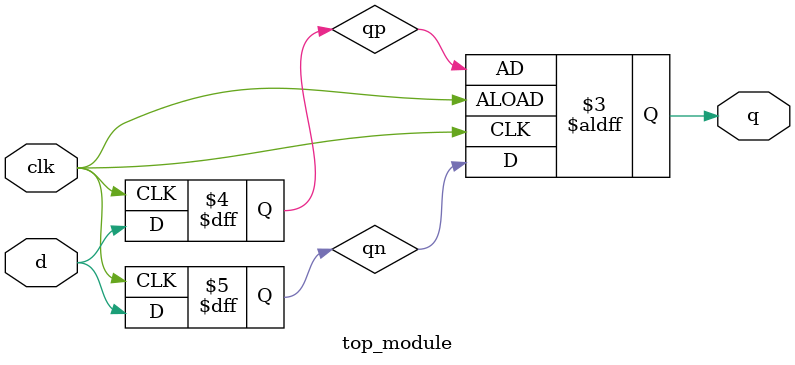
<source format=sv>
module top_module(
	input clk,
	input d,
	output reg q);
	
	reg qp;
	reg qn;
	
	always @(posedge clk) begin
		qp <= d;
		qn <= d;
	end
	
	always @(posedge clk or negedge clk) begin
		if (clk)
			q <= qp;
		else
			q <= qn;
	end
	
endmodule

</source>
